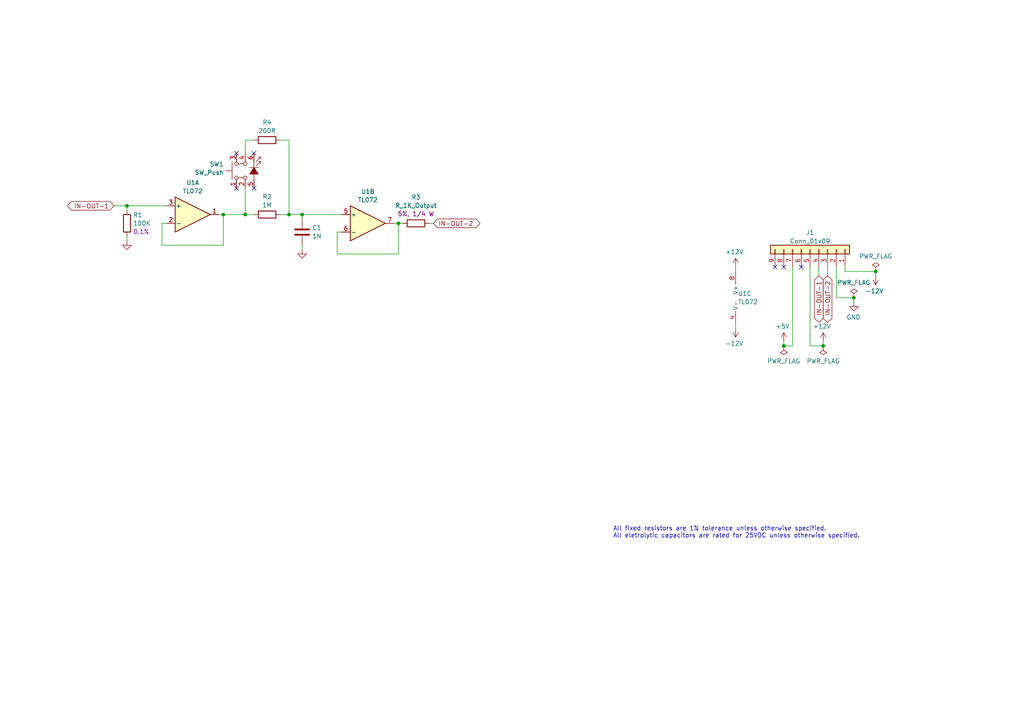
<source format=kicad_sch>
(kicad_sch (version 20230121) (generator eeschema)

  (uuid a1a9a0d8-c6de-418f-9a57-bf7f74b6d401)

  (paper "A4")

  (title_block
    (title "Eurorack ProtoModule")
    (date "2021-10-06")
    (rev "1.0")
    (company "Len Popp")
    (comment 1 "Copyright © 2023 Len Popp CC BY")
    (comment 2 "Circuit design for my custom Eurorack breadboard prototyping module")
  )

  (lib_symbols
    (symbol "-lmp-opamp:TL072" (pin_names (offset 0.127)) (in_bom yes) (on_board yes)
      (property "Reference" "U" (at 0 5.08 0)
        (effects (font (size 1.27 1.27)) (justify left))
      )
      (property "Value" "TL072" (at 0 -5.08 0)
        (effects (font (size 1.27 1.27)) (justify left))
      )
      (property "Footprint" "Package_DIP:DIP-8_W7.62mm" (at 0 0 0)
        (effects (font (size 1.27 1.27)) hide)
      )
      (property "Datasheet" "https://www.ti.com/lit/ds/symlink/tl072b.pdf?ts=1628812694194" (at 0 0 0)
        (effects (font (size 1.27 1.27)) hide)
      )
      (property "Manufacturer" "Texas Instruments" (at 0 0 0)
        (effects (font (size 1.27 1.27)) hide)
      )
      (property "ManufacturerPartNum" "TL072BCP" (at 0 0 0)
        (effects (font (size 1.27 1.27)) hide)
      )
      (property "Distributor" "Mouser" (at 0 0 0)
        (effects (font (size 1.27 1.27)) hide)
      )
      (property "DistributorPartNum" "595-TL072BCP" (at 0 0 0)
        (effects (font (size 1.27 1.27)) hide)
      )
      (property "DistributorPartLink" "https://www.mouser.ca/ProductDetail/Texas-Instruments/TL072BCP?qs=p6YqzpSxLIxmo8AyZLsP4g%3D%3D" (at 0 0 0)
        (effects (font (size 1.27 1.27)) hide)
      )
      (property "ki_locked" "" (at 0 0 0)
        (effects (font (size 1.27 1.27)))
      )
      (property "ki_keywords" "dual opamp" (at 0 0 0)
        (effects (font (size 1.27 1.27)) hide)
      )
      (property "ki_description" "Dual Low-Noise JFET-Input Operational Amplifiers, DIP-8/SOIC-8" (at 0 0 0)
        (effects (font (size 1.27 1.27)) hide)
      )
      (property "ki_fp_filters" "SOIC*3.9x4.9mm*P1.27mm* DIP*W7.62mm* TO*99* OnSemi*Micro8* TSSOP*3x3mm*P0.65mm* TSSOP*4.4x3mm*P0.65mm* MSOP*3x3mm*P0.65mm* SSOP*3.9x4.9mm*P0.635mm* LFCSP*2x2mm*P0.5mm* *SIP* SOIC*5.3x6.2mm*P1.27mm*" (at 0 0 0)
        (effects (font (size 1.27 1.27)) hide)
      )
      (symbol "TL072_1_1"
        (polyline
          (pts
            (xy -5.08 5.08)
            (xy 5.08 0)
            (xy -5.08 -5.08)
            (xy -5.08 5.08)
          )
          (stroke (width 0.254) (type default))
          (fill (type background))
        )
        (pin output line (at 7.62 0 180) (length 2.54)
          (name "~" (effects (font (size 1.27 1.27))))
          (number "1" (effects (font (size 1.27 1.27))))
        )
        (pin input line (at -7.62 -2.54 0) (length 2.54)
          (name "-" (effects (font (size 1.27 1.27))))
          (number "2" (effects (font (size 1.27 1.27))))
        )
        (pin input line (at -7.62 2.54 0) (length 2.54)
          (name "+" (effects (font (size 1.27 1.27))))
          (number "3" (effects (font (size 1.27 1.27))))
        )
      )
      (symbol "TL072_2_1"
        (polyline
          (pts
            (xy -5.08 5.08)
            (xy 5.08 0)
            (xy -5.08 -5.08)
            (xy -5.08 5.08)
          )
          (stroke (width 0.254) (type default))
          (fill (type background))
        )
        (pin input line (at -7.62 2.54 0) (length 2.54)
          (name "+" (effects (font (size 1.27 1.27))))
          (number "5" (effects (font (size 1.27 1.27))))
        )
        (pin input line (at -7.62 -2.54 0) (length 2.54)
          (name "-" (effects (font (size 1.27 1.27))))
          (number "6" (effects (font (size 1.27 1.27))))
        )
        (pin output line (at 7.62 0 180) (length 2.54)
          (name "~" (effects (font (size 1.27 1.27))))
          (number "7" (effects (font (size 1.27 1.27))))
        )
      )
      (symbol "TL072_3_1"
        (pin power_in line (at -2.54 -7.62 90) (length 3.81)
          (name "V-" (effects (font (size 1.27 1.27))))
          (number "4" (effects (font (size 1.27 1.27))))
        )
        (pin power_in line (at -2.54 7.62 270) (length 3.81)
          (name "V+" (effects (font (size 1.27 1.27))))
          (number "8" (effects (font (size 1.27 1.27))))
        )
      )
    )
    (symbol "-lmp-power:+12V" (power) (pin_names (offset 0)) (in_bom yes) (on_board yes)
      (property "Reference" "#PWR" (at 0 -3.81 0)
        (effects (font (size 1.27 1.27)) hide)
      )
      (property "Value" "+12V" (at 0 3.556 0)
        (effects (font (size 1.27 1.27)))
      )
      (property "Footprint" "" (at 0 0 0)
        (effects (font (size 1.27 1.27)) hide)
      )
      (property "Datasheet" "" (at 0 0 0)
        (effects (font (size 1.27 1.27)) hide)
      )
      (property "ki_keywords" "power-flag" (at 0 0 0)
        (effects (font (size 1.27 1.27)) hide)
      )
      (property "ki_description" "Power symbol creates a global label with name \"+12V\"" (at 0 0 0)
        (effects (font (size 1.27 1.27)) hide)
      )
      (symbol "+12V_0_1"
        (polyline
          (pts
            (xy -0.762 1.27)
            (xy 0 2.54)
          )
          (stroke (width 0) (type default))
          (fill (type none))
        )
        (polyline
          (pts
            (xy 0 0)
            (xy 0 2.54)
          )
          (stroke (width 0) (type default))
          (fill (type none))
        )
        (polyline
          (pts
            (xy 0 2.54)
            (xy 0.762 1.27)
          )
          (stroke (width 0) (type default))
          (fill (type none))
        )
      )
      (symbol "+12V_1_1"
        (pin power_in line (at 0 0 90) (length 0) hide
          (name "+12V" (effects (font (size 1.27 1.27))))
          (number "1" (effects (font (size 1.27 1.27))))
        )
      )
    )
    (symbol "-lmp-power:+5V" (power) (pin_names (offset 0)) (in_bom yes) (on_board yes)
      (property "Reference" "#PWR" (at 0 -3.81 0)
        (effects (font (size 1.27 1.27)) hide)
      )
      (property "Value" "+5V" (at 0 3.556 0)
        (effects (font (size 1.27 1.27)))
      )
      (property "Footprint" "" (at 0 0 0)
        (effects (font (size 1.27 1.27)) hide)
      )
      (property "Datasheet" "" (at 0 0 0)
        (effects (font (size 1.27 1.27)) hide)
      )
      (property "ki_keywords" "power-flag" (at 0 0 0)
        (effects (font (size 1.27 1.27)) hide)
      )
      (property "ki_description" "Power symbol creates a global label with name \"+5V\"" (at 0 0 0)
        (effects (font (size 1.27 1.27)) hide)
      )
      (symbol "+5V_0_1"
        (polyline
          (pts
            (xy -0.762 1.27)
            (xy 0 2.54)
          )
          (stroke (width 0) (type default))
          (fill (type none))
        )
        (polyline
          (pts
            (xy 0 0)
            (xy 0 2.54)
          )
          (stroke (width 0) (type default))
          (fill (type none))
        )
        (polyline
          (pts
            (xy 0 2.54)
            (xy 0.762 1.27)
          )
          (stroke (width 0) (type default))
          (fill (type none))
        )
      )
      (symbol "+5V_1_1"
        (pin power_in line (at 0 0 90) (length 0) hide
          (name "+5V" (effects (font (size 1.27 1.27))))
          (number "1" (effects (font (size 1.27 1.27))))
        )
      )
    )
    (symbol "-lmp-power:-12V" (power) (pin_names (offset 0)) (in_bom yes) (on_board yes)
      (property "Reference" "#PWR" (at 0 3.81 0)
        (effects (font (size 1.27 1.27)) hide)
      )
      (property "Value" "-12V" (at 0 -3.556 0)
        (effects (font (size 1.27 1.27)))
      )
      (property "Footprint" "" (at 0 0 0)
        (effects (font (size 1.27 1.27)) hide)
      )
      (property "Datasheet" "" (at 0 0 0)
        (effects (font (size 1.27 1.27)) hide)
      )
      (property "ki_keywords" "power-flag" (at 0 0 0)
        (effects (font (size 1.27 1.27)) hide)
      )
      (property "ki_description" "Power symbol creates a global label with name \"-12V\"" (at 0 0 0)
        (effects (font (size 1.27 1.27)) hide)
      )
      (symbol "-12V_0_1"
        (polyline
          (pts
            (xy -0.762 -1.27)
            (xy 0 -2.54)
          )
          (stroke (width 0) (type default))
          (fill (type none))
        )
        (polyline
          (pts
            (xy 0 -2.54)
            (xy 0.762 -1.27)
          )
          (stroke (width 0) (type default))
          (fill (type none))
        )
        (polyline
          (pts
            (xy 0 0)
            (xy 0 -2.54)
          )
          (stroke (width 0) (type default))
          (fill (type none))
        )
      )
      (symbol "-12V_1_1"
        (pin power_in line (at 0 0 270) (length 0) hide
          (name "-12V" (effects (font (size 1.27 1.27))))
          (number "1" (effects (font (size 1.27 1.27))))
        )
      )
    )
    (symbol "-lmp-power:GND" (power) (pin_names (offset 0)) (in_bom yes) (on_board yes)
      (property "Reference" "#PWR" (at 0 -6.35 0)
        (effects (font (size 1.27 1.27)) hide)
      )
      (property "Value" "GND" (at 0 -3.81 0)
        (effects (font (size 1.27 1.27)))
      )
      (property "Footprint" "" (at 0 0 0)
        (effects (font (size 1.27 1.27)) hide)
      )
      (property "Datasheet" "" (at 0 0 0)
        (effects (font (size 1.27 1.27)) hide)
      )
      (property "ki_keywords" "power-flag" (at 0 0 0)
        (effects (font (size 1.27 1.27)) hide)
      )
      (property "ki_description" "Power symbol creates a global label with name \"GND\" , ground" (at 0 0 0)
        (effects (font (size 1.27 1.27)) hide)
      )
      (symbol "GND_0_1"
        (polyline
          (pts
            (xy 0 0)
            (xy 0 -1.27)
            (xy 1.27 -1.27)
            (xy 0 -2.54)
            (xy -1.27 -1.27)
            (xy 0 -1.27)
          )
          (stroke (width 0) (type default))
          (fill (type none))
        )
      )
      (symbol "GND_1_1"
        (pin power_in line (at 0 0 270) (length 0) hide
          (name "GND" (effects (font (size 1.27 1.27))))
          (number "1" (effects (font (size 1.27 1.27))))
        )
      )
    )
    (symbol "-lmp-power:PWR_FLAG" (power) (pin_numbers hide) (pin_names (offset 0) hide) (in_bom yes) (on_board yes)
      (property "Reference" "#FLG" (at 0 1.905 0)
        (effects (font (size 1.27 1.27)) hide)
      )
      (property "Value" "PWR_FLAG" (at 0 3.81 0)
        (effects (font (size 1.27 1.27)))
      )
      (property "Footprint" "" (at 0 0 0)
        (effects (font (size 1.27 1.27)) hide)
      )
      (property "Datasheet" "~" (at 0 0 0)
        (effects (font (size 1.27 1.27)) hide)
      )
      (property "ki_keywords" "power-flag" (at 0 0 0)
        (effects (font (size 1.27 1.27)) hide)
      )
      (property "ki_description" "Special symbol for telling ERC where power comes from" (at 0 0 0)
        (effects (font (size 1.27 1.27)) hide)
      )
      (symbol "PWR_FLAG_0_0"
        (pin power_out line (at 0 0 90) (length 0)
          (name "pwr" (effects (font (size 1.27 1.27))))
          (number "1" (effects (font (size 1.27 1.27))))
        )
      )
      (symbol "PWR_FLAG_0_1"
        (polyline
          (pts
            (xy 0 0)
            (xy 0 1.27)
            (xy -1.016 1.905)
            (xy 0 2.54)
            (xy 1.016 1.905)
            (xy 0 1.27)
          )
          (stroke (width 0) (type default))
          (fill (type none))
        )
      )
    )
    (symbol "-lmp-synth:R_100K_Input" (pin_numbers hide) (pin_names (offset 0)) (in_bom yes) (on_board yes)
      (property "Reference" "R" (at -2.286 0 90)
        (effects (font (size 1.27 1.27)))
      )
      (property "Value" "R_100K_Input" (at 2.413 0 90)
        (effects (font (size 1.27 1.27)))
      )
      (property "Footprint" "-lmp-misc:R_Axial_DIN0207_L6.3mm_D2.5mm_P7.62mm_Horizontal" (at -1.778 0 90)
        (effects (font (size 1.27 1.27)) hide)
      )
      (property "Datasheet" "https://www.mouser.ca/datasheet/2/427/cmfmil-1762972.pdf" (at 0 0 0)
        (effects (font (size 1.27 1.27)) hide)
      )
      (property "Value2" "0.1%" (at 4.445 0 90)
        (effects (font (size 1.27 1.27)))
      )
      (property "Note" "Input mixing" (at -1.905 -1.905 90)
        (effects (font (size 1.27 1.27)) hide)
      )
      (property "Distributor" "Mouser" (at -1.905 0 90)
        (effects (font (size 1.27 1.27)) hide)
      )
      (property "Manufacturer" "Vishay / Dale" (at 0 0 0)
        (effects (font (size 1.27 1.27)) hide)
      )
      (property "ManufacturerPartNum" "RN55C1003BRE6" (at 0 0 0)
        (effects (font (size 1.27 1.27)) hide)
      )
      (property "DistributorPartNum" "71-RN55C-B-100K/R" (at 0 0 0)
        (effects (font (size 1.27 1.27)) hide)
      )
      (property "DistributorPartLink" "https://www.mouser.ca/ProductDetail/Vishay-Dale/RN55C1003BRE6?qs=sGAEpiMZZMsPqMdJzcrNws7FjRh4yjnCEY%2FA9CHAEes%3D" (at 0 0 0)
        (effects (font (size 1.27 1.27)) hide)
      )
      (property "ki_keywords" "R res resistor" (at 0 0 0)
        (effects (font (size 1.27 1.27)) hide)
      )
      (property "ki_description" "Resistor" (at 0 0 0)
        (effects (font (size 1.27 1.27)) hide)
      )
      (property "ki_fp_filters" "R_*" (at 0 0 0)
        (effects (font (size 1.27 1.27)) hide)
      )
      (symbol "R_100K_Input_0_1"
        (rectangle (start -1.016 -2.54) (end 1.016 2.54)
          (stroke (width 0.254) (type default))
          (fill (type none))
        )
      )
      (symbol "R_100K_Input_1_1"
        (pin passive line (at 0 3.81 270) (length 1.27)
          (name "~" (effects (font (size 1.27 1.27))))
          (number "1" (effects (font (size 1.27 1.27))))
        )
        (pin passive line (at 0 -3.81 90) (length 1.27)
          (name "~" (effects (font (size 1.27 1.27))))
          (number "2" (effects (font (size 1.27 1.27))))
        )
      )
    )
    (symbol "-lmp-synth:R_1K_Output" (pin_numbers hide) (pin_names (offset 0)) (in_bom yes) (on_board yes)
      (property "Reference" "R" (at -2.286 0 90)
        (effects (font (size 1.27 1.27)))
      )
      (property "Value" "R_1K_Output" (at 2.413 0 90)
        (effects (font (size 1.27 1.27)))
      )
      (property "Footprint" "-lmp-misc:R_Axial_DIN0207_L6.3mm_D2.5mm_P10.16mm_Horizontal" (at -1.778 0 90)
        (effects (font (size 1.27 1.27)) hide)
      )
      (property "Datasheet" "https://www.mouser.ca/datasheet/2/427/ccf07-1762725.pdf" (at 0 0 0)
        (effects (font (size 1.27 1.27)) hide)
      )
      (property "Value2" "5%, 1/4 W" (at 4.445 0 90)
        (effects (font (size 1.27 1.27)))
      )
      (property "Note" "Output limiting" (at -1.905 -1.905 90)
        (effects (font (size 1.27 1.27)) hide)
      )
      (property "Manufacturer" "Vishay / Dale" (at 0 0 0)
        (effects (font (size 1.27 1.27)) hide)
      )
      (property "ManufacturerPartNum" "CCF071K00JKE36" (at 0 0 0)
        (effects (font (size 1.27 1.27)) hide)
      )
      (property "Distributor" "Mouser" (at -1.905 0 90)
        (effects (font (size 1.27 1.27)) hide)
      )
      (property "DistributorPartNum" "71-CCF071K00JKE36" (at 0 0 0)
        (effects (font (size 1.27 1.27)) hide)
      )
      (property "DistributorPartLink" "https://www.mouser.ca/ProductDetail/Vishay-Dale/CCF071K00JKE36?qs=sGAEpiMZZMsPqMdJzcrNwqw41JD0NFylHV1MADcQnpo%3D" (at 0 0 0)
        (effects (font (size 1.27 1.27)) hide)
      )
      (property "ki_keywords" "R res resistor" (at 0 0 0)
        (effects (font (size 1.27 1.27)) hide)
      )
      (property "ki_description" "Resistor" (at 0 0 0)
        (effects (font (size 1.27 1.27)) hide)
      )
      (property "ki_fp_filters" "R_*" (at 0 0 0)
        (effects (font (size 1.27 1.27)) hide)
      )
      (symbol "R_1K_Output_0_1"
        (rectangle (start -1.016 -2.54) (end 1.016 2.54)
          (stroke (width 0.254) (type default))
          (fill (type none))
        )
      )
      (symbol "R_1K_Output_1_1"
        (pin passive line (at 0 3.81 270) (length 1.27)
          (name "~" (effects (font (size 1.27 1.27))))
          (number "1" (effects (font (size 1.27 1.27))))
        )
        (pin passive line (at 0 -3.81 90) (length 1.27)
          (name "~" (effects (font (size 1.27 1.27))))
          (number "2" (effects (font (size 1.27 1.27))))
        )
      )
    )
    (symbol "-lmp-synth:SW_Push_LED_C&K_D6R" (pin_names (offset 1.016) hide) (in_bom yes) (on_board yes)
      (property "Reference" "SW" (at 0.635 5.715 0)
        (effects (font (size 1.27 1.27)) (justify left))
      )
      (property "Value" "SW_Push_LED_C&K_D6R" (at -0.0508 -5.9182 0)
        (effects (font (size 1.27 1.27)))
      )
      (property "Footprint" "-lmp-synth:SW_Push_LED_C&K_D6R" (at 0 7.62 0)
        (effects (font (size 1.27 1.27)) hide)
      )
      (property "Datasheet" "https://www.mouser.ca/datasheet/2/60/d6-1382571.pdf" (at 0 7.62 0)
        (effects (font (size 1.27 1.27)) hide)
      )
      (property "Manufacturer" "C&K" (at 0 0 0)
        (effects (font (size 1.27 1.27)) hide)
      )
      (property "ManufacturerPartNum" "D6RLBUF1 LFS" (at 0 0 0)
        (effects (font (size 1.27 1.27)) hide)
      )
      (property "Distributor" "Mouser" (at 0 0 0)
        (effects (font (size 1.27 1.27)) hide)
      )
      (property "DistributorPartNum" "611-D6RLBUF1LFS" (at 0 0 0)
        (effects (font (size 1.27 1.27)) hide)
      )
      (property "DistributorPartLink" "https://www.mouser.co.uk/ProductDetail/CK/D6RLBUF1-LFS?qs=zW32dvEIR3uFcmnP%2FjXwsQ%3D%3D" (at 0 0 0)
        (effects (font (size 1.27 1.27)) hide)
      )
      (property "ki_keywords" "switch normally-open pushbutton push-button LED C&K D6R" (at 0 0 0)
        (effects (font (size 1.27 1.27)) hide)
      )
      (property "ki_description" "Push button switch with single LED, C&K D6R series" (at 0 0 0)
        (effects (font (size 1.27 1.27)) hide)
      )
      (symbol "SW_Push_LED_C&K_D6R_0_0"
        (polyline
          (pts
            (xy -2.54 -2.54)
            (xy 2.54 -2.54)
          )
          (stroke (width 0) (type default))
          (fill (type none))
        )
        (polyline
          (pts
            (xy 0.9398 -1.27)
            (xy 0.9398 -3.81)
          )
          (stroke (width 0) (type default))
          (fill (type none))
        )
        (polyline
          (pts
            (xy 2.6924 -4.445)
            (xy 1.4224 -3.175)
          )
          (stroke (width 0) (type default))
          (fill (type none))
        )
        (polyline
          (pts
            (xy 3.9624 -4.445)
            (xy 2.6924 -3.175)
          )
          (stroke (width 0) (type default))
          (fill (type none))
        )
        (polyline
          (pts
            (xy 2.6924 -3.81)
            (xy 2.6924 -4.445)
            (xy 2.0574 -4.445)
          )
          (stroke (width 0) (type default))
          (fill (type none))
        )
        (polyline
          (pts
            (xy 3.9624 -3.81)
            (xy 3.9624 -4.445)
            (xy 3.3274 -4.445)
          )
          (stroke (width 0) (type default))
          (fill (type none))
        )
        (polyline
          (pts
            (xy 0.9398 -2.54)
            (xy -0.9652 -1.27)
            (xy -0.9652 -3.81)
            (xy 0.9398 -2.54)
          )
          (stroke (width 0) (type default))
          (fill (type outline))
        )
      )
      (symbol "SW_Push_LED_C&K_D6R_0_1"
        (circle (center -2.032 2.54) (radius 0.508)
          (stroke (width 0) (type default))
          (fill (type none))
        )
        (polyline
          (pts
            (xy -2.032 2.032)
            (xy -2.032 0.508)
          )
          (stroke (width 0) (type default))
          (fill (type none))
        )
        (polyline
          (pts
            (xy 0 3.81)
            (xy 0 5.588)
          )
          (stroke (width 0) (type default))
          (fill (type none))
        )
        (polyline
          (pts
            (xy 2.032 2.032)
            (xy 2.032 0.508)
          )
          (stroke (width 0) (type default))
          (fill (type none))
        )
        (polyline
          (pts
            (xy 2.54 3.81)
            (xy -2.54 3.81)
          )
          (stroke (width 0) (type default))
          (fill (type none))
        )
        (circle (center 2.032 2.54) (radius 0.508)
          (stroke (width 0) (type default))
          (fill (type none))
        )
        (pin passive line (at -5.08 2.54 0) (length 2.54)
          (name "1" (effects (font (size 1.27 1.27))))
          (number "1" (effects (font (size 1.27 1.27))))
        )
        (pin passive line (at 5.08 2.54 180) (length 2.54)
          (name "3" (effects (font (size 1.27 1.27))))
          (number "3" (effects (font (size 1.27 1.27))))
        )
        (pin passive line (at -5.08 -2.54 0) (length 2.54)
          (name "A" (effects (font (size 1.27 1.27))))
          (number "5" (effects (font (size 1.27 1.27))))
        )
        (pin passive line (at 5.08 -2.54 180) (length 2.54)
          (name "K" (effects (font (size 1.27 1.27))))
          (number "6" (effects (font (size 1.27 1.27))))
        )
      )
      (symbol "SW_Push_LED_C&K_D6R_1_1"
        (circle (center -2.032 0) (radius 0.508)
          (stroke (width 0) (type default))
          (fill (type none))
        )
        (circle (center 2.032 0) (radius 0.508)
          (stroke (width 0) (type default))
          (fill (type none))
        )
        (pin passive line (at -5.08 0 0) (length 2.54)
          (name "2" (effects (font (size 1.27 1.27))))
          (number "2" (effects (font (size 1.27 1.27))))
        )
        (pin passive line (at 5.08 0 180) (length 2.54)
          (name "4" (effects (font (size 1.27 1.27))))
          (number "4" (effects (font (size 1.27 1.27))))
        )
      )
    )
    (symbol "-lmp:CF" (pin_numbers hide) (pin_names (offset 0.254)) (in_bom yes) (on_board yes)
      (property "Reference" "C" (at 0.635 2.54 0)
        (effects (font (size 1.27 1.27)) (justify left))
      )
      (property "Value" "CF" (at 0.635 -2.54 0)
        (effects (font (size 1.27 1.27)) (justify left))
      )
      (property "Footprint" "" (at 0.9652 -3.81 0)
        (effects (font (size 1.27 1.27)) hide)
      )
      (property "Datasheet" "~" (at 0 0 0)
        (effects (font (size 1.27 1.27)) hide)
      )
      (property "ki_keywords" "cap capacitor film" (at 0 0 0)
        (effects (font (size 1.27 1.27)) hide)
      )
      (property "ki_description" "Capacitor - Film" (at 0 0 0)
        (effects (font (size 1.27 1.27)) hide)
      )
      (property "ki_fp_filters" "C_*" (at 0 0 0)
        (effects (font (size 1.27 1.27)) hide)
      )
      (symbol "CF_0_1"
        (polyline
          (pts
            (xy -2.032 -0.762)
            (xy 2.032 -0.762)
          )
          (stroke (width 0.508) (type default))
          (fill (type none))
        )
        (polyline
          (pts
            (xy -2.032 0.762)
            (xy 2.032 0.762)
          )
          (stroke (width 0.508) (type default))
          (fill (type none))
        )
      )
      (symbol "CF_1_1"
        (pin passive line (at 0 3.81 270) (length 2.794)
          (name "~" (effects (font (size 1.27 1.27))))
          (number "1" (effects (font (size 1.27 1.27))))
        )
        (pin passive line (at 0 -3.81 90) (length 2.794)
          (name "~" (effects (font (size 1.27 1.27))))
          (number "2" (effects (font (size 1.27 1.27))))
        )
      )
    )
    (symbol "-lmp:R_1%_0W166" (pin_numbers hide) (pin_names (offset 0)) (in_bom yes) (on_board yes)
      (property "Reference" "R" (at -2.286 0 90)
        (effects (font (size 1.27 1.27)))
      )
      (property "Value" "R_1%_0W166" (at 2.413 0 90)
        (effects (font (size 1.27 1.27)))
      )
      (property "Footprint" "-lmp-misc:R_Axial_DIN0207_L6.3mm_D2.5mm_P7.62mm_Horizontal" (at -1.778 0 90)
        (effects (font (size 1.27 1.27)) hide)
      )
      (property "Datasheet" "https://www.mouser.ca/datasheet/2/447/Yageo_LR_MFR_1-1714151.pdf" (at 0 0 0)
        (effects (font (size 1.27 1.27)) hide)
      )
      (property "Manufacturer" "YAGEO" (at 0 0 0)
        (effects (font (size 1.27 1.27)) hide)
      )
      (property "ManufacturerPartNum" "MFR-12*" (at 0 0 0)
        (effects (font (size 1.27 1.27)) hide)
      )
      (property "Distributor" "Mouser" (at 0 0 0)
        (effects (font (size 1.27 1.27)) hide)
      )
      (property "DistributorPartNum" "603-MFR-12*" (at 0 0 0)
        (effects (font (size 1.27 1.27)) hide)
      )
      (property "DistributorPartLink" "https://www.mouser.ca/c/?m=YAGEO&power+rating=166+mW+(1%2f6+W)&tolerance=1+%25&instock=y" (at 0 0 0)
        (effects (font (size 1.27 1.27)) hide)
      )
      (property "Value2" "1%, 1/6 W" (at 4.953 0 90)
        (effects (font (size 1.27 1.27)) hide)
      )
      (property "ki_keywords" "R res resistor" (at 0 0 0)
        (effects (font (size 1.27 1.27)) hide)
      )
      (property "ki_description" "Resistor" (at 0 0 0)
        (effects (font (size 1.27 1.27)) hide)
      )
      (property "ki_fp_filters" "R_*" (at 0 0 0)
        (effects (font (size 1.27 1.27)) hide)
      )
      (symbol "R_1%_0W166_0_1"
        (rectangle (start -1.016 -2.54) (end 1.016 2.54)
          (stroke (width 0.254) (type default))
          (fill (type none))
        )
      )
      (symbol "R_1%_0W166_1_1"
        (pin passive line (at 0 3.81 270) (length 1.27)
          (name "~" (effects (font (size 1.27 1.27))))
          (number "1" (effects (font (size 1.27 1.27))))
        )
        (pin passive line (at 0 -3.81 90) (length 1.27)
          (name "~" (effects (font (size 1.27 1.27))))
          (number "2" (effects (font (size 1.27 1.27))))
        )
      )
    )
    (symbol "Connector_Generic:Conn_01x09" (pin_names (offset 1.016) hide) (in_bom yes) (on_board yes)
      (property "Reference" "J" (at 0 12.7 0)
        (effects (font (size 1.27 1.27)))
      )
      (property "Value" "Conn_01x09" (at 0 -12.7 0)
        (effects (font (size 1.27 1.27)))
      )
      (property "Footprint" "" (at 0 0 0)
        (effects (font (size 1.27 1.27)) hide)
      )
      (property "Datasheet" "~" (at 0 0 0)
        (effects (font (size 1.27 1.27)) hide)
      )
      (property "ki_keywords" "connector" (at 0 0 0)
        (effects (font (size 1.27 1.27)) hide)
      )
      (property "ki_description" "Generic connector, single row, 01x09, script generated (kicad-library-utils/schlib/autogen/connector/)" (at 0 0 0)
        (effects (font (size 1.27 1.27)) hide)
      )
      (property "ki_fp_filters" "Connector*:*_1x??_*" (at 0 0 0)
        (effects (font (size 1.27 1.27)) hide)
      )
      (symbol "Conn_01x09_1_1"
        (rectangle (start -1.27 -10.033) (end 0 -10.287)
          (stroke (width 0.1524) (type default))
          (fill (type none))
        )
        (rectangle (start -1.27 -7.493) (end 0 -7.747)
          (stroke (width 0.1524) (type default))
          (fill (type none))
        )
        (rectangle (start -1.27 -4.953) (end 0 -5.207)
          (stroke (width 0.1524) (type default))
          (fill (type none))
        )
        (rectangle (start -1.27 -2.413) (end 0 -2.667)
          (stroke (width 0.1524) (type default))
          (fill (type none))
        )
        (rectangle (start -1.27 0.127) (end 0 -0.127)
          (stroke (width 0.1524) (type default))
          (fill (type none))
        )
        (rectangle (start -1.27 2.667) (end 0 2.413)
          (stroke (width 0.1524) (type default))
          (fill (type none))
        )
        (rectangle (start -1.27 5.207) (end 0 4.953)
          (stroke (width 0.1524) (type default))
          (fill (type none))
        )
        (rectangle (start -1.27 7.747) (end 0 7.493)
          (stroke (width 0.1524) (type default))
          (fill (type none))
        )
        (rectangle (start -1.27 10.287) (end 0 10.033)
          (stroke (width 0.1524) (type default))
          (fill (type none))
        )
        (rectangle (start -1.27 11.43) (end 1.27 -11.43)
          (stroke (width 0.254) (type default))
          (fill (type background))
        )
        (pin passive line (at -5.08 10.16 0) (length 3.81)
          (name "Pin_1" (effects (font (size 1.27 1.27))))
          (number "1" (effects (font (size 1.27 1.27))))
        )
        (pin passive line (at -5.08 7.62 0) (length 3.81)
          (name "Pin_2" (effects (font (size 1.27 1.27))))
          (number "2" (effects (font (size 1.27 1.27))))
        )
        (pin passive line (at -5.08 5.08 0) (length 3.81)
          (name "Pin_3" (effects (font (size 1.27 1.27))))
          (number "3" (effects (font (size 1.27 1.27))))
        )
        (pin passive line (at -5.08 2.54 0) (length 3.81)
          (name "Pin_4" (effects (font (size 1.27 1.27))))
          (number "4" (effects (font (size 1.27 1.27))))
        )
        (pin passive line (at -5.08 0 0) (length 3.81)
          (name "Pin_5" (effects (font (size 1.27 1.27))))
          (number "5" (effects (font (size 1.27 1.27))))
        )
        (pin passive line (at -5.08 -2.54 0) (length 3.81)
          (name "Pin_6" (effects (font (size 1.27 1.27))))
          (number "6" (effects (font (size 1.27 1.27))))
        )
        (pin passive line (at -5.08 -5.08 0) (length 3.81)
          (name "Pin_7" (effects (font (size 1.27 1.27))))
          (number "7" (effects (font (size 1.27 1.27))))
        )
        (pin passive line (at -5.08 -7.62 0) (length 3.81)
          (name "Pin_8" (effects (font (size 1.27 1.27))))
          (number "8" (effects (font (size 1.27 1.27))))
        )
        (pin passive line (at -5.08 -10.16 0) (length 3.81)
          (name "Pin_9" (effects (font (size 1.27 1.27))))
          (number "9" (effects (font (size 1.27 1.27))))
        )
      )
    )
    (symbol "GND_1" (power) (pin_numbers hide) (pin_names (offset 0) hide) (in_bom yes) (on_board yes)
      (property "Reference" "#PWR" (at 0 -6.35 0)
        (effects (font (size 1.27 1.27)) hide)
      )
      (property "Value" "GND_1" (at 0 -3.81 0)
        (effects (font (size 1.27 1.27)) hide)
      )
      (property "Footprint" "" (at 0 0 0)
        (effects (font (size 1.27 1.27)) hide)
      )
      (property "Datasheet" "" (at 0 0 0)
        (effects (font (size 1.27 1.27)) hide)
      )
      (property "ki_keywords" "power-flag" (at 0 0 0)
        (effects (font (size 1.27 1.27)) hide)
      )
      (property "ki_description" "Power symbol creates a global label with name \"GND\" , ground" (at 0 0 0)
        (effects (font (size 1.27 1.27)) hide)
      )
      (symbol "GND_1_0_1"
        (polyline
          (pts
            (xy 0 0)
            (xy 0 -1.27)
            (xy 1.27 -1.27)
            (xy 0 -2.54)
            (xy -1.27 -1.27)
            (xy 0 -1.27)
          )
          (stroke (width 0) (type default))
          (fill (type none))
        )
      )
      (symbol "GND_1_1_1"
        (pin power_in line (at 0 0 270) (length 0) hide
          (name "GND" (effects (font (size 1.27 1.27))))
          (number "1" (effects (font (size 1.27 1.27))))
        )
      )
    )
    (symbol "GND_2" (power) (pin_numbers hide) (pin_names (offset 0) hide) (in_bom yes) (on_board yes)
      (property "Reference" "#PWR" (at 0 -6.35 0)
        (effects (font (size 1.27 1.27)) hide)
      )
      (property "Value" "GND_2" (at 0 -3.81 0)
        (effects (font (size 1.27 1.27)) hide)
      )
      (property "Footprint" "" (at 0 0 0)
        (effects (font (size 1.27 1.27)) hide)
      )
      (property "Datasheet" "" (at 0 0 0)
        (effects (font (size 1.27 1.27)) hide)
      )
      (property "ki_keywords" "power-flag" (at 0 0 0)
        (effects (font (size 1.27 1.27)) hide)
      )
      (property "ki_description" "Power symbol creates a global label with name \"GND\" , ground" (at 0 0 0)
        (effects (font (size 1.27 1.27)) hide)
      )
      (symbol "GND_2_0_1"
        (polyline
          (pts
            (xy 0 0)
            (xy 0 -1.27)
            (xy 1.27 -1.27)
            (xy 0 -2.54)
            (xy -1.27 -1.27)
            (xy 0 -1.27)
          )
          (stroke (width 0) (type default))
          (fill (type none))
        )
      )
      (symbol "GND_2_1_1"
        (pin power_in line (at 0 0 270) (length 0) hide
          (name "GND" (effects (font (size 1.27 1.27))))
          (number "1" (effects (font (size 1.27 1.27))))
        )
      )
    )
  )

  (junction (at 36.83 59.69) (diameter 0) (color 0 0 0 0)
    (uuid 0b661df6-0acc-45fc-858b-355849cf47a4)
  )
  (junction (at 71.12 62.23) (diameter 0) (color 0 0 0 0)
    (uuid 46776e20-0135-46d0-ab60-c1f79b6ee133)
  )
  (junction (at 247.65 86.36) (diameter 0) (color 0 0 0 0)
    (uuid 7ea85228-de9d-46bb-aa3c-34dfb8e54239)
  )
  (junction (at 238.76 100.33) (diameter 0) (color 0 0 0 0)
    (uuid 83c70ce6-e441-4b07-80a6-2f5fb8a6492d)
  )
  (junction (at 64.77 62.23) (diameter 0) (color 0 0 0 0)
    (uuid 99c2b243-5dc7-43c1-b1bc-68c3b7f15f71)
  )
  (junction (at 254 78.74) (diameter 0) (color 0 0 0 0)
    (uuid d1038279-4eb4-4065-836c-dbd8cfc6d4a4)
  )
  (junction (at 115.57 64.77) (diameter 0) (color 0 0 0 0)
    (uuid d62e56b6-b57f-4e3b-a2f7-ccef93fd53c8)
  )
  (junction (at 227.33 100.33) (diameter 0) (color 0 0 0 0)
    (uuid e06225e3-eb34-4222-b283-4c5fa1a14550)
  )
  (junction (at 83.82 62.23) (diameter 0) (color 0 0 0 0)
    (uuid e66dd392-45b8-4616-942a-2faf8daf0c76)
  )
  (junction (at 87.63 62.23) (diameter 0) (color 0 0 0 0)
    (uuid fb1da6dc-bb1d-42e9-979c-4eb2b6eaf085)
  )

  (no_connect (at 68.58 54.61) (uuid 114a45a6-8322-49d3-8206-2ce97e55daa8))
  (no_connect (at 227.33 77.47) (uuid 291469fa-d026-42c6-a73d-271d2641bc98))
  (no_connect (at 224.79 77.47) (uuid 3267d556-a9f2-472a-8a38-ba068ecb225f))
  (no_connect (at 73.66 44.45) (uuid 7ff2f378-f71f-4bde-9bf2-1720bb2edd8e))
  (no_connect (at 68.58 44.45) (uuid 846aa368-e77e-44e6-9191-970cae848b79))
  (no_connect (at 232.41 77.47) (uuid 90a74f5e-7380-4ff0-bb5e-d9d5841f174b))
  (no_connect (at 73.66 54.61) (uuid af4e2779-3ab2-4ec2-a37e-5a1686bf158b))

  (wire (pts (xy 237.49 77.47) (xy 237.49 80.01))
    (stroke (width 0) (type default))
    (uuid 15f06c58-f54a-4e99-8411-3b02ee2b6d87)
  )
  (wire (pts (xy 227.33 100.33) (xy 229.87 100.33))
    (stroke (width 0) (type default))
    (uuid 16a7e0a2-3e0c-4e8d-a95d-0aa2745b5fd4)
  )
  (wire (pts (xy 245.11 78.74) (xy 254 78.74))
    (stroke (width 0) (type default))
    (uuid 1b59498e-fed4-40a3-97df-2886f1711aad)
  )
  (wire (pts (xy 254 78.74) (xy 254 80.01))
    (stroke (width 0) (type default))
    (uuid 205abb1a-e53d-43ca-8aa5-51b63e522399)
  )
  (wire (pts (xy 33.02 59.69) (xy 36.83 59.69))
    (stroke (width 0) (type default))
    (uuid 232f3d91-bdb8-4981-a7f9-c772c6552f8b)
  )
  (wire (pts (xy 36.83 60.96) (xy 36.83 59.69))
    (stroke (width 0) (type default))
    (uuid 26a826a4-eb64-4474-a127-c87f83d01ec2)
  )
  (wire (pts (xy 64.77 71.12) (xy 46.99 71.12))
    (stroke (width 0) (type default))
    (uuid 2b93d668-78b6-4271-9057-4403391bfb43)
  )
  (wire (pts (xy 115.57 64.77) (xy 116.84 64.77))
    (stroke (width 0) (type default))
    (uuid 2faec352-0c02-443f-9f80-a15f8832d98f)
  )
  (wire (pts (xy 227.33 99.06) (xy 227.33 100.33))
    (stroke (width 0) (type default))
    (uuid 429879b2-b02e-428e-aa75-e3e41021046f)
  )
  (wire (pts (xy 71.12 62.23) (xy 73.66 62.23))
    (stroke (width 0) (type default))
    (uuid 430f885a-963e-4190-b0fc-9e9ab2a8c02d)
  )
  (wire (pts (xy 229.87 100.33) (xy 229.87 77.47))
    (stroke (width 0) (type default))
    (uuid 529203ba-fbff-4f97-b041-152e441619f5)
  )
  (wire (pts (xy 234.95 100.33) (xy 238.76 100.33))
    (stroke (width 0) (type default))
    (uuid 554b8be7-1943-45a4-a457-6b2d60ac1024)
  )
  (wire (pts (xy 87.63 62.23) (xy 87.63 63.5))
    (stroke (width 0) (type default))
    (uuid 57ad9b79-e827-43cd-82a1-ee48af563106)
  )
  (wire (pts (xy 240.03 80.01) (xy 240.03 77.47))
    (stroke (width 0) (type default))
    (uuid 57d975d4-6607-4de8-909d-121b06b236cd)
  )
  (wire (pts (xy 36.83 69.85) (xy 36.83 68.58))
    (stroke (width 0) (type default))
    (uuid 62e3eb64-b8b7-4a32-9ecc-6b0554654307)
  )
  (wire (pts (xy 83.82 62.23) (xy 87.63 62.23))
    (stroke (width 0) (type default))
    (uuid 682f0f3d-ba88-429e-a4cd-1c0ddba9650a)
  )
  (wire (pts (xy 245.11 78.74) (xy 245.11 77.47))
    (stroke (width 0) (type default))
    (uuid 6c027193-51a5-47ee-909d-a5cb24c49931)
  )
  (wire (pts (xy 87.63 62.23) (xy 99.06 62.23))
    (stroke (width 0) (type default))
    (uuid 76460753-000c-4de9-a915-9fb23736ad68)
  )
  (wire (pts (xy 247.65 86.36) (xy 242.57 86.36))
    (stroke (width 0) (type default))
    (uuid 78eaf86f-e933-4844-b00d-e0b3fe26d052)
  )
  (wire (pts (xy 99.06 67.31) (xy 97.79 67.31))
    (stroke (width 0) (type default))
    (uuid 7cecaa45-6e8d-43d9-be62-e00ef2b814ee)
  )
  (wire (pts (xy 124.46 64.77) (xy 125.73 64.77))
    (stroke (width 0) (type default))
    (uuid 7f2bbefb-6fa7-4f2e-a334-be6c7a5914a4)
  )
  (wire (pts (xy 71.12 54.61) (xy 71.12 62.23))
    (stroke (width 0) (type default))
    (uuid 8efcf743-d44e-4a19-b4d7-d04c9a0e3770)
  )
  (wire (pts (xy 73.66 40.64) (xy 71.12 40.64))
    (stroke (width 0) (type default))
    (uuid 979afbcf-cbb6-47bb-9d61-bec8dfe53be6)
  )
  (wire (pts (xy 46.99 64.77) (xy 48.26 64.77))
    (stroke (width 0) (type default))
    (uuid a1259f36-b0de-4a09-9b45-d00288cbd045)
  )
  (wire (pts (xy 213.36 77.47) (xy 213.36 78.74))
    (stroke (width 0) (type default))
    (uuid a3343cc9-f0ef-44fc-8802-25ce88e71c86)
  )
  (wire (pts (xy 97.79 67.31) (xy 97.79 73.66))
    (stroke (width 0) (type default))
    (uuid a93ac0a6-894d-4bcc-bbb6-93e88d5592b6)
  )
  (wire (pts (xy 238.76 99.06) (xy 238.76 100.33))
    (stroke (width 0) (type default))
    (uuid aa79643c-4152-4c50-aba6-7db5a76f9181)
  )
  (wire (pts (xy 71.12 40.64) (xy 71.12 44.45))
    (stroke (width 0) (type default))
    (uuid ad59a7d8-6fb0-446b-934f-135fd2fc6a33)
  )
  (wire (pts (xy 81.28 40.64) (xy 83.82 40.64))
    (stroke (width 0) (type default))
    (uuid b0181715-a2eb-4d42-8d2e-1fcdd03c88db)
  )
  (wire (pts (xy 81.28 62.23) (xy 83.82 62.23))
    (stroke (width 0) (type default))
    (uuid b95cd1e9-479f-471e-8ba4-e1997f943c90)
  )
  (wire (pts (xy 46.99 71.12) (xy 46.99 64.77))
    (stroke (width 0) (type default))
    (uuid c3b61b2e-8691-431d-b510-0c0a5a7cecab)
  )
  (wire (pts (xy 63.5 62.23) (xy 64.77 62.23))
    (stroke (width 0) (type default))
    (uuid d43259de-0a0e-4669-a672-194705293b19)
  )
  (wire (pts (xy 87.63 71.12) (xy 87.63 72.39))
    (stroke (width 0) (type default))
    (uuid d6f6b5ac-5303-4bf0-ae3a-dfead1dbd096)
  )
  (wire (pts (xy 213.36 93.98) (xy 213.36 95.25))
    (stroke (width 0) (type default))
    (uuid d8fe3f4d-de72-4c75-8cfe-3c857e346b8b)
  )
  (wire (pts (xy 64.77 62.23) (xy 71.12 62.23))
    (stroke (width 0) (type default))
    (uuid da6fa2d5-7c78-444f-90f5-2372f8b89589)
  )
  (wire (pts (xy 83.82 40.64) (xy 83.82 62.23))
    (stroke (width 0) (type default))
    (uuid db437ca8-3e9a-4bb1-9950-0e6c67df7b48)
  )
  (wire (pts (xy 115.57 64.77) (xy 114.3 64.77))
    (stroke (width 0) (type default))
    (uuid e203374f-ed56-4f8d-b7e9-91eea4f79c75)
  )
  (wire (pts (xy 97.79 73.66) (xy 115.57 73.66))
    (stroke (width 0) (type default))
    (uuid e234a0b3-2b0d-4415-882a-b8865797e49e)
  )
  (wire (pts (xy 115.57 73.66) (xy 115.57 64.77))
    (stroke (width 0) (type default))
    (uuid e5860d11-aa7e-4e95-904a-bb9eda7fe5d1)
  )
  (wire (pts (xy 247.65 87.63) (xy 247.65 86.36))
    (stroke (width 0) (type default))
    (uuid e8706f54-c7a3-4555-82cd-9229fecbdb14)
  )
  (wire (pts (xy 234.95 77.47) (xy 234.95 100.33))
    (stroke (width 0) (type default))
    (uuid eaabaedd-2c12-4bc6-baad-1eeb19b7d0ae)
  )
  (wire (pts (xy 64.77 62.23) (xy 64.77 71.12))
    (stroke (width 0) (type default))
    (uuid f4008fa2-d2e0-4a84-a9f8-21d1719f78a2)
  )
  (wire (pts (xy 36.83 59.69) (xy 48.26 59.69))
    (stroke (width 0) (type default))
    (uuid f4f89f8e-ea93-4ae8-989a-c074e6e8b064)
  )
  (wire (pts (xy 242.57 77.47) (xy 242.57 86.36))
    (stroke (width 0) (type default))
    (uuid faeb5b72-ca69-4936-8963-e27b1abea091)
  )

  (text "All fixed resistors are 1% tolerance unless otherwise specified.\nAll eletrolytic capacitors are rated for 25VDC unless otherwise specified."
    (at 177.8 156.21 0)
    (effects (font (size 1.27 1.27)) (justify left bottom))
    (uuid 97954bdd-6f0e-481b-b33b-a2801266daa9)
  )

  (global_label "IN-OUT-2" (shape bidirectional) (at 125.73 64.77 0) (fields_autoplaced)
    (effects (font (size 1.27 1.27)) (justify left))
    (uuid 451ef5b8-b2c3-4625-b3f9-05b0fa53dc32)
    (property "Intersheetrefs" "${INTERSHEET_REFS}" (at 138.9317 64.77 0)
      (effects (font (size 1.27 1.27)) (justify left) hide)
    )
  )
  (global_label "IN-OUT-1" (shape bidirectional) (at 33.02 59.69 180) (fields_autoplaced)
    (effects (font (size 1.27 1.27)) (justify right))
    (uuid 9dcf0336-5cc2-43f4-8317-b4234437ddbb)
    (property "Intersheetrefs" "${INTERSHEET_REFS}" (at 19.8183 59.69 0)
      (effects (font (size 1.27 1.27)) (justify right) hide)
    )
  )
  (global_label "IN-OUT-1" (shape bidirectional) (at 237.49 80.01 270) (fields_autoplaced)
    (effects (font (size 1.27 1.27)) (justify right))
    (uuid bd8354e6-6367-4dcd-aa20-50a90c915d71)
    (property "Intersheetrefs" "${INTERSHEET_REFS}" (at 142.24 -46.99 0)
      (effects (font (size 1.27 1.27)) (justify left) hide)
    )
  )
  (global_label "IN-OUT-2" (shape bidirectional) (at 240.03 80.01 270) (fields_autoplaced)
    (effects (font (size 1.27 1.27)) (justify right))
    (uuid ef9ab9de-65de-453b-92d1-8911d65e0733)
    (property "Intersheetrefs" "${INTERSHEET_REFS}" (at 142.24 -46.99 0)
      (effects (font (size 1.27 1.27)) (justify left) hide)
    )
  )

  (symbol (lib_id "-lmp-power:GND") (at 247.65 87.63 0) (mirror y) (unit 1)
    (in_bom yes) (on_board yes) (dnp no)
    (uuid 00000000-0000-0000-0000-000060c80bf1)
    (property "Reference" "#PWR04" (at 247.65 93.98 0)
      (effects (font (size 1.27 1.27)) hide)
    )
    (property "Value" "GND" (at 247.523 92.0242 0)
      (effects (font (size 1.27 1.27)))
    )
    (property "Footprint" "" (at 247.65 87.63 0)
      (effects (font (size 1.27 1.27)) hide)
    )
    (property "Datasheet" "" (at 247.65 87.63 0)
      (effects (font (size 1.27 1.27)) hide)
    )
    (pin "1" (uuid e2ec5c16-1e72-4a79-81b2-711742440b39))
    (instances
      (project "prototype"
        (path "/a1a9a0d8-c6de-418f-9a57-bf7f74b6d401"
          (reference "#PWR04") (unit 1)
        )
      )
    )
  )

  (symbol (lib_id "-lmp-power:+12V") (at 238.76 99.06 0) (mirror y) (unit 1)
    (in_bom yes) (on_board yes) (dnp no)
    (uuid 00000000-0000-0000-0000-000060c86281)
    (property "Reference" "#PWR03" (at 238.76 102.87 0)
      (effects (font (size 1.27 1.27)) hide)
    )
    (property "Value" "+12V" (at 238.379 94.6658 0)
      (effects (font (size 1.27 1.27)))
    )
    (property "Footprint" "" (at 238.76 99.06 0)
      (effects (font (size 1.27 1.27)) hide)
    )
    (property "Datasheet" "" (at 238.76 99.06 0)
      (effects (font (size 1.27 1.27)) hide)
    )
    (pin "1" (uuid cb9b7848-9d34-4033-abc0-fb3ddbc2d6ee))
    (instances
      (project "prototype"
        (path "/a1a9a0d8-c6de-418f-9a57-bf7f74b6d401"
          (reference "#PWR03") (unit 1)
        )
      )
    )
  )

  (symbol (lib_id "-lmp-power:-12V") (at 254 80.01 0) (mirror y) (unit 1)
    (in_bom yes) (on_board yes) (dnp no)
    (uuid 00000000-0000-0000-0000-000060c864e4)
    (property "Reference" "#PWR05" (at 254 76.2 0)
      (effects (font (size 1.27 1.27)) hide)
    )
    (property "Value" "-12V" (at 253.619 84.4042 0)
      (effects (font (size 1.27 1.27)))
    )
    (property "Footprint" "" (at 254 80.01 0)
      (effects (font (size 1.27 1.27)) hide)
    )
    (property "Datasheet" "" (at 254 80.01 0)
      (effects (font (size 1.27 1.27)) hide)
    )
    (pin "1" (uuid 295c6d13-2059-4604-98a9-b81bcd528128))
    (instances
      (project "prototype"
        (path "/a1a9a0d8-c6de-418f-9a57-bf7f74b6d401"
          (reference "#PWR05") (unit 1)
        )
      )
    )
  )

  (symbol (lib_id "-lmp-power:PWR_FLAG") (at 254 78.74 0) (mirror y) (unit 1)
    (in_bom yes) (on_board yes) (dnp no)
    (uuid 00000000-0000-0000-0000-000060c8985d)
    (property "Reference" "#FLG04" (at 254 76.835 0)
      (effects (font (size 1.27 1.27)) hide)
    )
    (property "Value" "PWR_FLAG" (at 254 74.3458 0)
      (effects (font (size 1.27 1.27)))
    )
    (property "Footprint" "" (at 254 78.74 0)
      (effects (font (size 1.27 1.27)) hide)
    )
    (property "Datasheet" "~" (at 254 78.74 0)
      (effects (font (size 1.27 1.27)) hide)
    )
    (pin "1" (uuid 4e8fbe1c-0efa-4d82-afdb-411f88ec8eac))
    (instances
      (project "prototype"
        (path "/a1a9a0d8-c6de-418f-9a57-bf7f74b6d401"
          (reference "#FLG04") (unit 1)
        )
      )
    )
  )

  (symbol (lib_id "-lmp-power:PWR_FLAG") (at 238.76 100.33 0) (mirror x) (unit 1)
    (in_bom yes) (on_board yes) (dnp no)
    (uuid 00000000-0000-0000-0000-000060c89f71)
    (property "Reference" "#FLG05" (at 238.76 102.235 0)
      (effects (font (size 1.27 1.27)) hide)
    )
    (property "Value" "PWR_FLAG" (at 238.76 104.7242 0)
      (effects (font (size 1.27 1.27)))
    )
    (property "Footprint" "" (at 238.76 100.33 0)
      (effects (font (size 1.27 1.27)) hide)
    )
    (property "Datasheet" "~" (at 238.76 100.33 0)
      (effects (font (size 1.27 1.27)) hide)
    )
    (pin "1" (uuid e925a42c-cf60-4902-940a-ecd6ab9743a2))
    (instances
      (project "prototype"
        (path "/a1a9a0d8-c6de-418f-9a57-bf7f74b6d401"
          (reference "#FLG05") (unit 1)
        )
      )
    )
  )

  (symbol (lib_id "Connector_Generic:Conn_01x09") (at 234.95 72.39 270) (mirror x) (unit 1)
    (in_bom no) (on_board yes) (dnp no) (fields_autoplaced)
    (uuid 00000000-0000-0000-0000-0000615e2370)
    (property "Reference" "J1" (at 234.95 67.4202 90)
      (effects (font (size 1.27 1.27)))
    )
    (property "Value" "Conn_01x09" (at 234.95 69.9571 90)
      (effects (font (size 1.27 1.27)))
    )
    (property "Footprint" "Connector_PinHeader_2.54mm:PinHeader_1x09_P2.54mm_Vertical" (at 234.95 72.39 0)
      (effects (font (size 1.27 1.27)) hide)
    )
    (property "Datasheet" "~" (at 234.95 72.39 0)
      (effects (font (size 1.27 1.27)) hide)
    )
    (pin "1" (uuid 327164a7-bde3-40aa-adf2-70ca6e963d5f))
    (pin "2" (uuid 8d9943a0-30e0-4fcc-926f-acf21b5b98b5))
    (pin "3" (uuid 6de6b1a8-62b8-402a-ac1c-48bdfb0163aa))
    (pin "4" (uuid 0a32f905-3f97-4852-af67-7addb4d70265))
    (pin "5" (uuid 130b9329-4a4c-4794-ac2d-017f1c00c883))
    (pin "6" (uuid 9e3c6631-71f8-40d5-98da-0f0ad50bfdee))
    (pin "7" (uuid 4f3e0480-a16b-40f1-8aa8-17abdd49f8de))
    (pin "8" (uuid a3eb5fff-8b61-445b-97e2-373c87a23cb5))
    (pin "9" (uuid 0bb80455-a1ea-4287-a5e3-1366c4bf5abb))
    (instances
      (project "prototype"
        (path "/a1a9a0d8-c6de-418f-9a57-bf7f74b6d401"
          (reference "J1") (unit 1)
        )
      )
    )
  )

  (symbol (lib_id "-lmp-power:+5V") (at 227.33 99.06 0) (mirror y) (unit 1)
    (in_bom yes) (on_board yes) (dnp no)
    (uuid 00000000-0000-0000-0000-0000615e4967)
    (property "Reference" "#PWR01" (at 227.33 102.87 0)
      (effects (font (size 1.27 1.27)) hide)
    )
    (property "Value" "+5V" (at 226.949 94.6658 0)
      (effects (font (size 1.27 1.27)))
    )
    (property "Footprint" "" (at 227.33 99.06 0)
      (effects (font (size 1.27 1.27)) hide)
    )
    (property "Datasheet" "" (at 227.33 99.06 0)
      (effects (font (size 1.27 1.27)) hide)
    )
    (pin "1" (uuid 508ac672-4f4a-4781-9c53-b80271b3c07a))
    (instances
      (project "prototype"
        (path "/a1a9a0d8-c6de-418f-9a57-bf7f74b6d401"
          (reference "#PWR01") (unit 1)
        )
      )
    )
  )

  (symbol (lib_id "-lmp-power:PWR_FLAG") (at 227.33 100.33 0) (mirror x) (unit 1)
    (in_bom yes) (on_board yes) (dnp no)
    (uuid 00000000-0000-0000-0000-0000615e715d)
    (property "Reference" "#FLG02" (at 227.33 102.235 0)
      (effects (font (size 1.27 1.27)) hide)
    )
    (property "Value" "PWR_FLAG" (at 227.33 104.7242 0)
      (effects (font (size 1.27 1.27)))
    )
    (property "Footprint" "" (at 227.33 100.33 0)
      (effects (font (size 1.27 1.27)) hide)
    )
    (property "Datasheet" "~" (at 227.33 100.33 0)
      (effects (font (size 1.27 1.27)) hide)
    )
    (pin "1" (uuid 7bca4f9e-b0b4-4c1d-9e2f-67e281cb4cce))
    (instances
      (project "prototype"
        (path "/a1a9a0d8-c6de-418f-9a57-bf7f74b6d401"
          (reference "#FLG02") (unit 1)
        )
      )
    )
  )

  (symbol (lib_id "-lmp-power:PWR_FLAG") (at 247.65 86.36 0) (mirror y) (unit 1)
    (in_bom yes) (on_board yes) (dnp no)
    (uuid 00000000-0000-0000-0000-0000615e8b96)
    (property "Reference" "#FLG01" (at 247.65 84.455 0)
      (effects (font (size 1.27 1.27)) hide)
    )
    (property "Value" "PWR_FLAG" (at 247.65 81.9658 0)
      (effects (font (size 1.27 1.27)))
    )
    (property "Footprint" "" (at 247.65 86.36 0)
      (effects (font (size 1.27 1.27)) hide)
    )
    (property "Datasheet" "~" (at 247.65 86.36 0)
      (effects (font (size 1.27 1.27)) hide)
    )
    (pin "1" (uuid b77e1d5f-840e-4bdf-b3d8-15e289b4eb95))
    (instances
      (project "prototype"
        (path "/a1a9a0d8-c6de-418f-9a57-bf7f74b6d401"
          (reference "#FLG01") (unit 1)
        )
      )
    )
  )

  (symbol (lib_id "-lmp-synth:R_1K_Output") (at 120.65 64.77 90) (unit 1)
    (in_bom yes) (on_board yes) (dnp no) (fields_autoplaced)
    (uuid 2e8d5dde-000a-4995-b79f-7d5a27ac1e0c)
    (property "Reference" "R3" (at 120.65 57.1855 90)
      (effects (font (size 1.27 1.27)))
    )
    (property "Value" "R_1K_Output" (at 120.65 59.6097 90)
      (effects (font (size 1.27 1.27)))
    )
    (property "Footprint" "-lmp-stripboard:SB_Gen_3" (at 120.65 66.548 90)
      (effects (font (size 1.27 1.27)) hide)
    )
    (property "Datasheet" "https://www.mouser.ca/datasheet/2/427/ccf07-1762725.pdf" (at 120.65 64.77 0)
      (effects (font (size 1.27 1.27)) hide)
    )
    (property "Value2" "5%, 1/4 W" (at 120.65 62.0339 90)
      (effects (font (size 1.27 1.27)))
    )
    (property "Note" "Output limiting" (at 122.555 66.675 90)
      (effects (font (size 1.27 1.27)) hide)
    )
    (property "Manufacturer" "Vishay / Dale" (at 120.65 64.77 0)
      (effects (font (size 1.27 1.27)) hide)
    )
    (property "ManufacturerPartNum" "CCF071K00JKE36" (at 120.65 64.77 0)
      (effects (font (size 1.27 1.27)) hide)
    )
    (property "Distributor" "Mouser" (at 120.65 66.675 90)
      (effects (font (size 1.27 1.27)) hide)
    )
    (property "DistributorPartNum" "71-CCF071K00JKE36" (at 120.65 64.77 0)
      (effects (font (size 1.27 1.27)) hide)
    )
    (property "DistributorPartLink" "https://www.mouser.ca/ProductDetail/Vishay-Dale/CCF071K00JKE36?qs=sGAEpiMZZMsPqMdJzcrNwqw41JD0NFylHV1MADcQnpo%3D" (at 120.65 64.77 0)
      (effects (font (size 1.27 1.27)) hide)
    )
    (pin "1" (uuid 996be276-c36d-4e21-b969-56dd3aac8fa6))
    (pin "2" (uuid 647e2d69-a5fd-4b5e-be56-988f65591623))
    (instances
      (project "prototype"
        (path "/a1a9a0d8-c6de-418f-9a57-bf7f74b6d401"
          (reference "R3") (unit 1)
        )
      )
    )
  )

  (symbol (lib_id "-lmp-synth:SW_Push_LED_C&K_D6R") (at 71.12 49.53 90) (unit 1)
    (in_bom yes) (on_board yes) (dnp no) (fields_autoplaced)
    (uuid 508da5b0-f6df-4ec2-b159-ad4c4af5d44b)
    (property "Reference" "SW1" (at 64.897 47.6067 90)
      (effects (font (size 1.27 1.27)) (justify left))
    )
    (property "Value" "SW_Push" (at 64.897 50.0309 90)
      (effects (font (size 1.27 1.27)) (justify left))
    )
    (property "Footprint" "-lmp-synth:SW_Push_LED_C&K_D6R" (at 63.5 49.53 0)
      (effects (font (size 1.27 1.27)) hide)
    )
    (property "Datasheet" "https://www.mouser.ca/datasheet/2/60/d6-1382571.pdf" (at 63.5 49.53 0)
      (effects (font (size 1.27 1.27)) hide)
    )
    (property "Manufacturer" "C&K" (at 71.12 49.53 0)
      (effects (font (size 1.27 1.27)) hide)
    )
    (property "ManufacturerPartNum" "D6RLBUF1 LFS" (at 71.12 49.53 0)
      (effects (font (size 1.27 1.27)) hide)
    )
    (property "Distributor" "Mouser" (at 71.12 49.53 0)
      (effects (font (size 1.27 1.27)) hide)
    )
    (property "DistributorPartNum" "611-D6RLBUF1LFS" (at 71.12 49.53 0)
      (effects (font (size 1.27 1.27)) hide)
    )
    (property "DistributorPartLink" "https://www.mouser.co.uk/ProductDetail/CK/D6RLBUF1-LFS?qs=zW32dvEIR3uFcmnP%2FjXwsQ%3D%3D" (at 71.12 49.53 0)
      (effects (font (size 1.27 1.27)) hide)
    )
    (pin "1" (uuid b4470800-b84c-4001-adbc-d68b9a278f02))
    (pin "3" (uuid 7f1f94c0-0e8a-4e42-93d7-03df97174e41))
    (pin "5" (uuid d0ad3c3d-ff68-4bb3-8d3d-aaac79f0a39e))
    (pin "6" (uuid c2da13ab-0a95-440d-b9c5-4e81a126d4ce))
    (pin "2" (uuid d3d79756-5393-4e75-a7f9-0fdd8a0e79cb))
    (pin "4" (uuid 8334bcaf-1aa8-4b9c-b2d6-83cccc5627b8))
    (instances
      (project "prototype"
        (path "/a1a9a0d8-c6de-418f-9a57-bf7f74b6d401"
          (reference "SW1") (unit 1)
        )
      )
    )
  )

  (symbol (lib_id "-lmp:R_1%_0W166") (at 77.47 62.23 90) (unit 1)
    (in_bom yes) (on_board yes) (dnp no) (fields_autoplaced)
    (uuid 5f33a644-b53c-4594-82b9-8510b63a5aec)
    (property "Reference" "R2" (at 77.47 57.0697 90)
      (effects (font (size 1.27 1.27)))
    )
    (property "Value" "1M" (at 77.47 59.4939 90)
      (effects (font (size 1.27 1.27)))
    )
    (property "Footprint" "-lmp-misc:R_Axial_DIN0207_L6.3mm_D2.5mm_P7.62mm_Horizontal" (at 77.47 64.008 90)
      (effects (font (size 1.27 1.27)) hide)
    )
    (property "Datasheet" "https://www.mouser.ca/datasheet/2/447/Yageo_LR_MFR_1-1714151.pdf" (at 77.47 62.23 0)
      (effects (font (size 1.27 1.27)) hide)
    )
    (property "Manufacturer" "YAGEO" (at 77.47 62.23 0)
      (effects (font (size 1.27 1.27)) hide)
    )
    (property "ManufacturerPartNum" "MFR-12*" (at 77.47 62.23 0)
      (effects (font (size 1.27 1.27)) hide)
    )
    (property "Distributor" "Mouser" (at 77.47 62.23 0)
      (effects (font (size 1.27 1.27)) hide)
    )
    (property "DistributorPartNum" "603-MFR-12*" (at 77.47 62.23 0)
      (effects (font (size 1.27 1.27)) hide)
    )
    (property "DistributorPartLink" "https://www.mouser.ca/c/?m=YAGEO&power+rating=166+mW+(1%2f6+W)&tolerance=1+%25&instock=y" (at 77.47 62.23 0)
      (effects (font (size 1.27 1.27)) hide)
    )
    (property "Value2" "1%, 1/6 W" (at 77.47 57.277 90)
      (effects (font (size 1.27 1.27)) hide)
    )
    (pin "1" (uuid c91dfd22-51b2-4843-a185-7b36c3dd0a0a))
    (pin "2" (uuid 0167e329-4299-41ef-8ed2-6ef79c1922bb))
    (instances
      (project "prototype"
        (path "/a1a9a0d8-c6de-418f-9a57-bf7f74b6d401"
          (reference "R2") (unit 1)
        )
      )
    )
  )

  (symbol (lib_id "-lmp-synth:R_100K_Input") (at 36.83 64.77 0) (unit 1)
    (in_bom yes) (on_board yes) (dnp no) (fields_autoplaced)
    (uuid 6736d802-e28f-4707-81d3-6423d71489e9)
    (property "Reference" "R1" (at 38.608 62.3458 0)
      (effects (font (size 1.27 1.27)) (justify left))
    )
    (property "Value" "100K" (at 38.608 64.77 0)
      (effects (font (size 1.27 1.27)) (justify left))
    )
    (property "Footprint" "-lmp-stripboard:SB_Gen_1" (at 35.052 64.77 90)
      (effects (font (size 1.27 1.27)) hide)
    )
    (property "Datasheet" "https://www.mouser.ca/datasheet/2/427/cmfmil-1762972.pdf" (at 36.83 64.77 0)
      (effects (font (size 1.27 1.27)) hide)
    )
    (property "Value2" "0.1%" (at 38.608 67.1942 0)
      (effects (font (size 1.27 1.27)) (justify left))
    )
    (property "Note" "Input mixing" (at 34.925 66.675 90)
      (effects (font (size 1.27 1.27)) hide)
    )
    (property "Distributor" "Mouser" (at 34.925 64.77 90)
      (effects (font (size 1.27 1.27)) hide)
    )
    (property "Manufacturer" "Vishay / Dale" (at 36.83 64.77 0)
      (effects (font (size 1.27 1.27)) hide)
    )
    (property "ManufacturerPartNum" "RN55C1003BRE6" (at 36.83 64.77 0)
      (effects (font (size 1.27 1.27)) hide)
    )
    (property "DistributorPartNum" "71-RN55C-B-100K/R" (at 36.83 64.77 0)
      (effects (font (size 1.27 1.27)) hide)
    )
    (property "DistributorPartLink" "https://www.mouser.ca/ProductDetail/Vishay-Dale/RN55C1003BRE6?qs=sGAEpiMZZMsPqMdJzcrNws7FjRh4yjnCEY%2FA9CHAEes%3D" (at 36.83 64.77 0)
      (effects (font (size 1.27 1.27)) hide)
    )
    (pin "1" (uuid 805ebef0-da1e-4a22-b3d2-33e61a62bf0b))
    (pin "2" (uuid 7430e797-dbe0-418e-af6d-c61009773645))
    (instances
      (project "prototype"
        (path "/a1a9a0d8-c6de-418f-9a57-bf7f74b6d401"
          (reference "R1") (unit 1)
        )
      )
    )
  )

  (symbol (lib_id "-lmp:CF") (at 87.63 67.31 0) (unit 1)
    (in_bom yes) (on_board yes) (dnp no) (fields_autoplaced)
    (uuid 76c04f6c-0c7b-4c36-bddc-5faf050700f0)
    (property "Reference" "C1" (at 90.551 66.0979 0)
      (effects (font (size 1.27 1.27)) (justify left))
    )
    (property "Value" "1N" (at 90.551 68.5221 0)
      (effects (font (size 1.27 1.27)) (justify left))
    )
    (property "Footprint" "-lmp-misc:C_Rect_Kemet_L7.2mm_W2.5mm_P5mm" (at 88.5952 71.12 0)
      (effects (font (size 1.27 1.27)) hide)
    )
    (property "Datasheet" "~" (at 87.63 67.31 0)
      (effects (font (size 1.27 1.27)) hide)
    )
    (property "Manufacturer" "" (at 87.63 67.31 0)
      (effects (font (size 1.27 1.27)))
    )
    (property "ManufacturerPartNum" "" (at 87.63 67.31 0)
      (effects (font (size 1.27 1.27)))
    )
    (property "Distributor" "" (at 87.63 67.31 0)
      (effects (font (size 1.27 1.27)))
    )
    (property "DistributorPartNum" "" (at 87.63 67.31 0)
      (effects (font (size 1.27 1.27)))
    )
    (property "DistributorPartLink" "" (at 87.63 67.31 0)
      (effects (font (size 1.27 1.27)))
    )
    (pin "1" (uuid aad9de18-4431-480a-841e-6ebbc952c4db))
    (pin "2" (uuid 28745fbd-e743-4e4c-92e8-5f376f46b73b))
    (instances
      (project "prototype"
        (path "/a1a9a0d8-c6de-418f-9a57-bf7f74b6d401"
          (reference "C1") (unit 1)
        )
      )
    )
  )

  (symbol (lib_id "-lmp-power:+12V") (at 213.36 77.47 0) (mirror y) (unit 1)
    (in_bom yes) (on_board yes) (dnp no)
    (uuid 958c9d8f-f211-414f-bde4-c40a7ef52515)
    (property "Reference" "#PWR06" (at 213.36 81.28 0)
      (effects (font (size 1.27 1.27)) hide)
    )
    (property "Value" "+12V" (at 212.979 73.0758 0)
      (effects (font (size 1.27 1.27)))
    )
    (property "Footprint" "" (at 213.36 77.47 0)
      (effects (font (size 1.27 1.27)) hide)
    )
    (property "Datasheet" "" (at 213.36 77.47 0)
      (effects (font (size 1.27 1.27)) hide)
    )
    (pin "1" (uuid c57d5fdc-bf5f-4f5c-951c-a1a48b06c83b))
    (instances
      (project "prototype"
        (path "/a1a9a0d8-c6de-418f-9a57-bf7f74b6d401"
          (reference "#PWR06") (unit 1)
        )
      )
    )
  )

  (symbol (lib_id "-lmp-opamp:TL072") (at 106.68 64.77 0) (unit 2)
    (in_bom yes) (on_board yes) (dnp no) (fields_autoplaced)
    (uuid ae81596f-713f-45c0-b0b0-69b26a5d4f5f)
    (property "Reference" "U1" (at 106.68 55.5457 0)
      (effects (font (size 1.27 1.27)))
    )
    (property "Value" "TL072" (at 106.68 57.9699 0)
      (effects (font (size 1.27 1.27)))
    )
    (property "Footprint" "Package_DIP:DIP-8_W7.62mm" (at 106.68 64.77 0)
      (effects (font (size 1.27 1.27)) hide)
    )
    (property "Datasheet" "https://www.ti.com/lit/ds/symlink/tl072b.pdf?ts=1628812694194" (at 106.68 64.77 0)
      (effects (font (size 1.27 1.27)) hide)
    )
    (property "Manufacturer" "Texas Instruments" (at 106.68 64.77 0)
      (effects (font (size 1.27 1.27)) hide)
    )
    (property "ManufacturerPartNum" "TL072BCP" (at 106.68 64.77 0)
      (effects (font (size 1.27 1.27)) hide)
    )
    (property "Distributor" "Mouser" (at 106.68 64.77 0)
      (effects (font (size 1.27 1.27)) hide)
    )
    (property "DistributorPartNum" "595-TL072BCP" (at 106.68 64.77 0)
      (effects (font (size 1.27 1.27)) hide)
    )
    (property "DistributorPartLink" "https://www.mouser.ca/ProductDetail/Texas-Instruments/TL072BCP?qs=p6YqzpSxLIxmo8AyZLsP4g%3D%3D" (at 106.68 64.77 0)
      (effects (font (size 1.27 1.27)) hide)
    )
    (pin "1" (uuid fe0de20f-5582-4fb1-ae3e-0c2b46fc5ed4))
    (pin "2" (uuid 9179baf8-eb78-49f2-bff1-cdcf3f16224d))
    (pin "3" (uuid a0044304-2316-4f54-9f4a-62695c8d8403))
    (pin "5" (uuid 16443999-38a1-4924-be8f-e55ecac9b1c7))
    (pin "6" (uuid cdfb5b27-78f5-4341-8c53-45d1a67c1dc1))
    (pin "7" (uuid d53c2d3d-5aee-4aa0-80fd-a0b37a54be4b))
    (pin "4" (uuid 67051363-c910-4a83-907b-739c1b30c95d))
    (pin "8" (uuid 29f2dc09-9396-4e0b-a9f3-73c014974d6c))
    (instances
      (project "prototype"
        (path "/a1a9a0d8-c6de-418f-9a57-bf7f74b6d401"
          (reference "U1") (unit 2)
        )
      )
    )
  )

  (symbol (lib_id "-lmp-opamp:TL072") (at 215.9 86.36 0) (unit 3)
    (in_bom yes) (on_board yes) (dnp no) (fields_autoplaced)
    (uuid b5139bea-5b14-48a1-8afa-72be6815a76b)
    (property "Reference" "U1" (at 213.995 85.1479 0)
      (effects (font (size 1.27 1.27)) (justify left))
    )
    (property "Value" "TL072" (at 213.995 87.5721 0)
      (effects (font (size 1.27 1.27)) (justify left))
    )
    (property "Footprint" "Package_DIP:DIP-8_W7.62mm" (at 215.9 86.36 0)
      (effects (font (size 1.27 1.27)) hide)
    )
    (property "Datasheet" "https://www.ti.com/lit/ds/symlink/tl072b.pdf?ts=1628812694194" (at 215.9 86.36 0)
      (effects (font (size 1.27 1.27)) hide)
    )
    (property "Manufacturer" "Texas Instruments" (at 215.9 86.36 0)
      (effects (font (size 1.27 1.27)) hide)
    )
    (property "ManufacturerPartNum" "TL072BCP" (at 215.9 86.36 0)
      (effects (font (size 1.27 1.27)) hide)
    )
    (property "Distributor" "Mouser" (at 215.9 86.36 0)
      (effects (font (size 1.27 1.27)) hide)
    )
    (property "DistributorPartNum" "595-TL072BCP" (at 215.9 86.36 0)
      (effects (font (size 1.27 1.27)) hide)
    )
    (property "DistributorPartLink" "https://www.mouser.ca/ProductDetail/Texas-Instruments/TL072BCP?qs=p6YqzpSxLIxmo8AyZLsP4g%3D%3D" (at 215.9 86.36 0)
      (effects (font (size 1.27 1.27)) hide)
    )
    (pin "1" (uuid cb059aa7-b978-4c44-9769-18fafc69850e))
    (pin "2" (uuid f160a282-de11-41ee-b5f4-aeefbfec2366))
    (pin "3" (uuid 39658446-414a-4885-a837-239d19759fbd))
    (pin "5" (uuid 94c7b41e-0a47-48e4-a527-aefffed6f7ff))
    (pin "6" (uuid ba2320bb-6ab0-42eb-adef-2ac088de4f34))
    (pin "7" (uuid e05b3d13-1ed1-40b3-9f9b-8ed112071e42))
    (pin "4" (uuid 2d24acd8-f92c-4f47-83c9-b84dcda01876))
    (pin "8" (uuid e6caa88c-7e59-4e6c-b97c-1b064b8793ad))
    (instances
      (project "prototype"
        (path "/a1a9a0d8-c6de-418f-9a57-bf7f74b6d401"
          (reference "U1") (unit 3)
        )
      )
    )
  )

  (symbol (lib_id "-lmp-opamp:TL072") (at 55.88 62.23 0) (unit 1)
    (in_bom yes) (on_board yes) (dnp no) (fields_autoplaced)
    (uuid bbb3fd29-a334-4d01-b9f0-9d8c4410f049)
    (property "Reference" "U1" (at 55.88 53.0057 0)
      (effects (font (size 1.27 1.27)))
    )
    (property "Value" "TL072" (at 55.88 55.4299 0)
      (effects (font (size 1.27 1.27)))
    )
    (property "Footprint" "Package_DIP:DIP-8_W7.62mm" (at 55.88 62.23 0)
      (effects (font (size 1.27 1.27)) hide)
    )
    (property "Datasheet" "https://www.ti.com/lit/ds/symlink/tl072b.pdf?ts=1628812694194" (at 55.88 62.23 0)
      (effects (font (size 1.27 1.27)) hide)
    )
    (property "Manufacturer" "Texas Instruments" (at 55.88 62.23 0)
      (effects (font (size 1.27 1.27)) hide)
    )
    (property "ManufacturerPartNum" "TL072BCP" (at 55.88 62.23 0)
      (effects (font (size 1.27 1.27)) hide)
    )
    (property "Distributor" "Mouser" (at 55.88 62.23 0)
      (effects (font (size 1.27 1.27)) hide)
    )
    (property "DistributorPartNum" "595-TL072BCP" (at 55.88 62.23 0)
      (effects (font (size 1.27 1.27)) hide)
    )
    (property "DistributorPartLink" "https://www.mouser.ca/ProductDetail/Texas-Instruments/TL072BCP?qs=p6YqzpSxLIxmo8AyZLsP4g%3D%3D" (at 55.88 62.23 0)
      (effects (font (size 1.27 1.27)) hide)
    )
    (pin "1" (uuid 9f174204-6797-410e-8bad-9fd5f98a1e11))
    (pin "2" (uuid 18ee73ed-5ba7-4e2a-9af6-18656d37c28a))
    (pin "3" (uuid 8566f156-fbd1-47f0-939b-9dbd57193406))
    (pin "5" (uuid bf3c31e2-9b9e-478c-8ff6-885b1b0873b9))
    (pin "6" (uuid 64b13b80-9b3c-49e8-bad7-d907a348b56b))
    (pin "7" (uuid b10b3542-93e7-4a44-8c2a-71ff1ab4bb34))
    (pin "4" (uuid d34d9b18-3d4c-42d6-b5c6-916412fd1ff1))
    (pin "8" (uuid 08e27b0b-f1d1-4dc2-9cab-7d1a3c59b633))
    (instances
      (project "prototype"
        (path "/a1a9a0d8-c6de-418f-9a57-bf7f74b6d401"
          (reference "U1") (unit 1)
        )
      )
    )
  )

  (symbol (lib_id "-lmp:R_1%_0W166") (at 77.47 40.64 90) (unit 1)
    (in_bom yes) (on_board yes) (dnp no) (fields_autoplaced)
    (uuid c87aa9d2-0ff7-4af6-aa73-a2f86adaa357)
    (property "Reference" "R4" (at 77.47 35.4797 90)
      (effects (font (size 1.27 1.27)))
    )
    (property "Value" "200R" (at 77.47 37.9039 90)
      (effects (font (size 1.27 1.27)))
    )
    (property "Footprint" "-lmp-stripboard:SB_Gen_1" (at 77.47 42.418 90)
      (effects (font (size 1.27 1.27)) hide)
    )
    (property "Datasheet" "https://www.mouser.ca/datasheet/2/447/Yageo_LR_MFR_1-1714151.pdf" (at 77.47 40.64 0)
      (effects (font (size 1.27 1.27)) hide)
    )
    (property "Manufacturer" "YAGEO" (at 77.47 40.64 0)
      (effects (font (size 1.27 1.27)) hide)
    )
    (property "ManufacturerPartNum" "MFR-12*" (at 77.47 40.64 0)
      (effects (font (size 1.27 1.27)) hide)
    )
    (property "Distributor" "Mouser" (at 77.47 40.64 0)
      (effects (font (size 1.27 1.27)) hide)
    )
    (property "DistributorPartNum" "603-MFR-12*" (at 77.47 40.64 0)
      (effects (font (size 1.27 1.27)) hide)
    )
    (property "DistributorPartLink" "https://www.mouser.ca/c/?m=YAGEO&power+rating=166+mW+(1%2f6+W)&tolerance=1+%25&instock=y" (at 77.47 40.64 0)
      (effects (font (size 1.27 1.27)) hide)
    )
    (property "Value2" "1%, 1/6 W" (at 77.47 35.687 90)
      (effects (font (size 1.27 1.27)) hide)
    )
    (pin "1" (uuid 0b32d845-2d75-41eb-8617-bffd110412ab))
    (pin "2" (uuid 7b6eed93-ff6b-4805-8057-ed48a356329f))
    (instances
      (project "prototype"
        (path "/a1a9a0d8-c6de-418f-9a57-bf7f74b6d401"
          (reference "R4") (unit 1)
        )
      )
    )
  )

  (symbol (lib_id "-lmp-power:-12V") (at 213.36 95.25 0) (mirror y) (unit 1)
    (in_bom yes) (on_board yes) (dnp no)
    (uuid c90e92e4-ecbc-4558-826f-18a6caec5cd0)
    (property "Reference" "#PWR07" (at 213.36 91.44 0)
      (effects (font (size 1.27 1.27)) hide)
    )
    (property "Value" "-12V" (at 212.979 99.6442 0)
      (effects (font (size 1.27 1.27)))
    )
    (property "Footprint" "" (at 213.36 95.25 0)
      (effects (font (size 1.27 1.27)) hide)
    )
    (property "Datasheet" "" (at 213.36 95.25 0)
      (effects (font (size 1.27 1.27)) hide)
    )
    (pin "1" (uuid 6f6b18a1-5699-4dbf-a217-20f5006f087c))
    (instances
      (project "prototype"
        (path "/a1a9a0d8-c6de-418f-9a57-bf7f74b6d401"
          (reference "#PWR07") (unit 1)
        )
      )
    )
  )

  (symbol (lib_name "GND_1") (lib_id "-lmp-power:GND") (at 36.83 69.85 0) (unit 1)
    (in_bom yes) (on_board yes) (dnp no) (fields_autoplaced)
    (uuid d4a505d6-b521-4718-a838-bba1bf9fbb04)
    (property "Reference" "#PWR02" (at 36.83 76.2 0)
      (effects (font (size 1.27 1.27)) hide)
    )
    (property "Value" "GND" (at 36.83 73.66 0)
      (effects (font (size 1.27 1.27)) hide)
    )
    (property "Footprint" "" (at 36.83 69.85 0)
      (effects (font (size 1.27 1.27)) hide)
    )
    (property "Datasheet" "" (at 36.83 69.85 0)
      (effects (font (size 1.27 1.27)) hide)
    )
    (pin "1" (uuid a27fb26b-0777-473c-b609-92e82a86a2c6))
    (instances
      (project "prototype"
        (path "/a1a9a0d8-c6de-418f-9a57-bf7f74b6d401"
          (reference "#PWR02") (unit 1)
        )
      )
    )
  )

  (symbol (lib_name "GND_2") (lib_id "-lmp-power:GND") (at 87.63 72.39 0) (unit 1)
    (in_bom yes) (on_board yes) (dnp no) (fields_autoplaced)
    (uuid f76d2fac-dd13-41c4-a6f0-c205dbc03d6c)
    (property "Reference" "#PWR08" (at 87.63 78.74 0)
      (effects (font (size 1.27 1.27)) hide)
    )
    (property "Value" "GND" (at 87.63 76.2 0)
      (effects (font (size 1.27 1.27)) hide)
    )
    (property "Footprint" "" (at 87.63 72.39 0)
      (effects (font (size 1.27 1.27)) hide)
    )
    (property "Datasheet" "" (at 87.63 72.39 0)
      (effects (font (size 1.27 1.27)) hide)
    )
    (pin "1" (uuid dcb2b429-14ae-4fc3-bf95-0388c0e16d85))
    (instances
      (project "prototype"
        (path "/a1a9a0d8-c6de-418f-9a57-bf7f74b6d401"
          (reference "#PWR08") (unit 1)
        )
      )
    )
  )

  (sheet_instances
    (path "/" (page "1"))
  )
)

</source>
